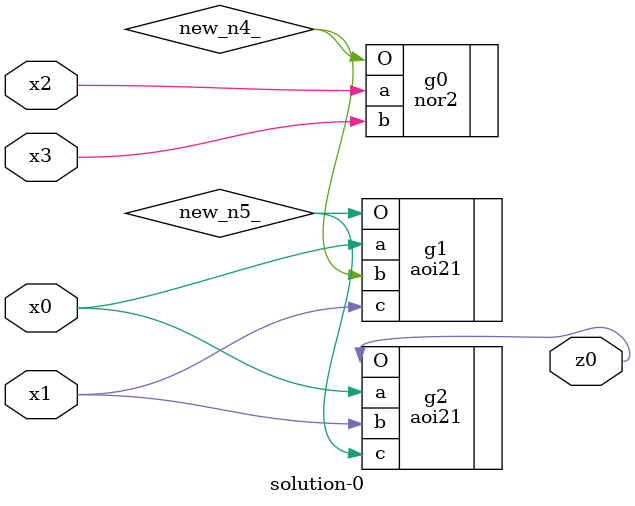
<source format=v>
module \solution-0 (
  x0, x1, x2, x3,
  z0 );
  input x0, x1, x2, x3;
  output z0;
  wire new_n4_, new_n5_;
  nor2  g0(.a(x2), .b(x3), .O(new_n4_));
  aoi21  g1(.a(x0), .b(new_n4_), .c(x1), .O(new_n5_));
  aoi21  g2(.a(x0), .b(x1), .c(new_n5_), .O(z0));
endmodule

</source>
